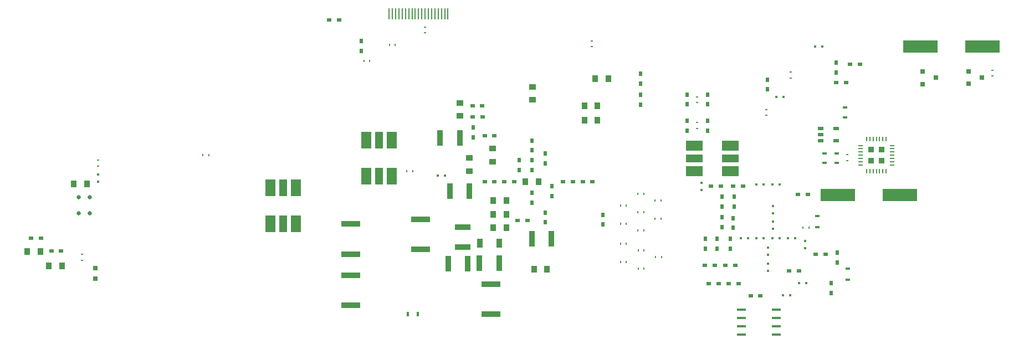
<source format=gbr>
G04 #@! TF.FileFunction,Paste,Bot*
%FSLAX46Y46*%
G04 Gerber Fmt 4.6, Leading zero omitted, Abs format (unit mm)*
G04 Created by KiCad (PCBNEW 4.0.4-stable) date 03/06/17 10:02:19*
%MOMM*%
%LPD*%
G01*
G04 APERTURE LIST*
%ADD10C,0.125000*%
%ADD11R,0.847600X1.447600*%
%ADD12R,0.247600X0.447600*%
%ADD13R,0.347600X0.447600*%
%ADD14R,0.647600X0.597600*%
%ADD15O,0.697600X0.147600*%
%ADD16O,0.147600X0.697600*%
%ADD17R,0.852600X0.852600*%
%ADD18R,0.847600X2.347600*%
%ADD19R,1.546860X2.547620*%
%ADD20R,1.148080X2.547620*%
%ADD21R,2.547620X1.546860*%
%ADD22R,2.547620X1.148080*%
%ADD23R,0.447600X0.247600*%
%ADD24R,0.597600X0.647600*%
%ADD25R,0.847600X1.097600*%
%ADD26R,1.097600X0.847600*%
%ADD27R,2.347600X0.847600*%
%ADD28R,0.447600X0.347600*%
%ADD29R,0.647600X0.647600*%
%ADD30R,0.647600X0.447600*%
%ADD31R,2.847600X0.847600*%
%ADD32C,0.647600*%
%ADD33R,0.847600X0.547600*%
%ADD34R,0.747600X0.647600*%
%ADD35R,0.747600X0.347600*%
%ADD36R,0.347600X0.747600*%
%ADD37R,1.397600X0.447600*%
%ADD38R,5.347600X1.847600*%
%ADD39R,0.147600X1.747600*%
G04 APERTURE END LIST*
D10*
D11*
X189750000Y-137550000D03*
X192750000Y-137550000D03*
D12*
X211245000Y-131800000D03*
X212145000Y-131800000D03*
X213895000Y-130000000D03*
X214795000Y-130000000D03*
X211245000Y-137600000D03*
X212145000Y-137600000D03*
X213945000Y-141450000D03*
X214845000Y-141450000D03*
X216545000Y-133800000D03*
X217445000Y-133800000D03*
X216550000Y-131000000D03*
X217450000Y-131000000D03*
X211255000Y-134600000D03*
X212155000Y-134600000D03*
X211250000Y-140450000D03*
X212150000Y-140450000D03*
X213900000Y-132800000D03*
X214800000Y-132800000D03*
X213900000Y-135600000D03*
X214800000Y-135600000D03*
X213945000Y-138650000D03*
X214845000Y-138650000D03*
X216600000Y-139650000D03*
X217500000Y-139650000D03*
D13*
X131400000Y-127050000D03*
X131400000Y-128150000D03*
D14*
X125800000Y-138700000D03*
X124300000Y-138700000D03*
X122700000Y-136800000D03*
X121200000Y-136800000D03*
D15*
X252800000Y-122600000D03*
X252800000Y-123100000D03*
X252800000Y-123600000D03*
X252800000Y-124100000D03*
X252800000Y-124600000D03*
X252800000Y-125100000D03*
X252800000Y-125600000D03*
D16*
X251850000Y-126550000D03*
X251350000Y-126550000D03*
X250850000Y-126550000D03*
X250350000Y-126550000D03*
X249850000Y-126550000D03*
X249350000Y-126550000D03*
X248850000Y-126550000D03*
D15*
X247900000Y-125600000D03*
X247900000Y-125100000D03*
X247900000Y-124600000D03*
X247900000Y-124100000D03*
X247900000Y-123600000D03*
X247900000Y-123100000D03*
X247900000Y-122600000D03*
D16*
X248850000Y-121650000D03*
X249350000Y-121650000D03*
X249850000Y-121650000D03*
X250350000Y-121650000D03*
X250850000Y-121650000D03*
X251350000Y-121650000D03*
X251850000Y-121650000D03*
D17*
X249512500Y-124937500D03*
X249512500Y-123262500D03*
X251187500Y-124937500D03*
X251187500Y-123262500D03*
D13*
X239500000Y-137200000D03*
X239500000Y-138300000D03*
D18*
X192700000Y-140550000D03*
X189700000Y-140550000D03*
D19*
X161700000Y-134601640D03*
D20*
X159723880Y-134601640D03*
D19*
X157747760Y-134601640D03*
X157747760Y-129100000D03*
D20*
X159723880Y-129100000D03*
D19*
X161700000Y-129100000D03*
D21*
X222498360Y-126550000D03*
D22*
X222498360Y-124573880D03*
D21*
X222498360Y-122597760D03*
X228000000Y-122597760D03*
D22*
X228000000Y-124573880D03*
D21*
X228000000Y-126550000D03*
D23*
X233524514Y-118016066D03*
X233524514Y-117116066D03*
D24*
X228000000Y-136900000D03*
X228000000Y-138400000D03*
D14*
X227825669Y-143750000D03*
X229325669Y-143750000D03*
D18*
X184950000Y-140700000D03*
X187950000Y-140700000D03*
X200700000Y-136850000D03*
X197700000Y-136850000D03*
D25*
X200048810Y-141551092D03*
X198048810Y-141551092D03*
X205750000Y-116500000D03*
X207750000Y-116500000D03*
D14*
X207000000Y-128103571D03*
X205500000Y-128103571D03*
D24*
X208600000Y-134700000D03*
X208600000Y-133200000D03*
D14*
X195550000Y-134100000D03*
X197050000Y-134100000D03*
D24*
X197750000Y-123350000D03*
X197750000Y-121850000D03*
D14*
X202500000Y-128100000D03*
X204000000Y-128100000D03*
D24*
X197750000Y-126350000D03*
X197750000Y-124850000D03*
D14*
X192000000Y-128100000D03*
X190500000Y-128100000D03*
D24*
X199750000Y-132850000D03*
X199750000Y-134350000D03*
D14*
X193500000Y-128100000D03*
X195000000Y-128100000D03*
D26*
X197849390Y-113649974D03*
X197849390Y-115649974D03*
D24*
X195750000Y-124850000D03*
X195750000Y-126350000D03*
D25*
X205750000Y-118700000D03*
X207750000Y-118700000D03*
D24*
X199750000Y-123850000D03*
X199750000Y-125350000D03*
D25*
X191800000Y-131000000D03*
X193800000Y-131000000D03*
X191800000Y-135150000D03*
X193800000Y-135150000D03*
X191800000Y-133150000D03*
X193800000Y-133150000D03*
D24*
X197750000Y-129850000D03*
X197750000Y-131350000D03*
D27*
X187150000Y-138100000D03*
X187150000Y-135100000D03*
D25*
X127750000Y-128500000D03*
X129750000Y-128500000D03*
D28*
X235100000Y-115200000D03*
X236200000Y-115200000D03*
D24*
X233750000Y-114025000D03*
X233750000Y-112525000D03*
D28*
X236050000Y-145500000D03*
X237150000Y-145500000D03*
X238500000Y-143650000D03*
X239600000Y-143650000D03*
D13*
X234600000Y-135350000D03*
X234600000Y-134250000D03*
D24*
X226800000Y-133600000D03*
X226800000Y-135100000D03*
D14*
X224750000Y-143750000D03*
X226250000Y-143750000D03*
D24*
X226000000Y-136850000D03*
X226000000Y-138350000D03*
D14*
X238400000Y-130100000D03*
X239900000Y-130100000D03*
D28*
X237950000Y-136800000D03*
X236850000Y-136800000D03*
D14*
X231150000Y-145600000D03*
X232650000Y-145600000D03*
X237000000Y-141800000D03*
X238500000Y-141800000D03*
X227300000Y-140950000D03*
X228800000Y-140950000D03*
X228450000Y-128800000D03*
X229950000Y-128800000D03*
D13*
X223650000Y-129450000D03*
X223650000Y-128350000D03*
D14*
X242600000Y-139200000D03*
X241100000Y-139200000D03*
D28*
X229650000Y-136800000D03*
X230750000Y-136800000D03*
D24*
X228600000Y-131950000D03*
X228600000Y-130450000D03*
D28*
X232050000Y-136800000D03*
X233150000Y-136800000D03*
D14*
X225100000Y-128800000D03*
X226600000Y-128800000D03*
D28*
X234450000Y-128600000D03*
X235550000Y-128600000D03*
D24*
X228500000Y-135200000D03*
X228500000Y-133700000D03*
X243450000Y-145150000D03*
X243450000Y-143650000D03*
D28*
X234450000Y-136800000D03*
X235550000Y-136800000D03*
D13*
X233800000Y-141750000D03*
X233800000Y-140650000D03*
D14*
X224150000Y-140950000D03*
X225650000Y-140950000D03*
X244250000Y-113000000D03*
X245750000Y-113000000D03*
D24*
X244200000Y-109950000D03*
X244200000Y-111450000D03*
D14*
X246350000Y-110200000D03*
X247850000Y-110200000D03*
D24*
X171650000Y-106650000D03*
X171650000Y-108150000D03*
D14*
X168250000Y-103425000D03*
X166750000Y-103425000D03*
D18*
X186700000Y-121450000D03*
X183700000Y-121450000D03*
D26*
X191750000Y-125100000D03*
X191750000Y-123100000D03*
X186750000Y-118100000D03*
X186750000Y-116100000D03*
D14*
X192000000Y-121100000D03*
X190500000Y-121100000D03*
X188650000Y-116500000D03*
X190150000Y-116500000D03*
X188700000Y-118250000D03*
X190200000Y-118250000D03*
D24*
X188750000Y-119850000D03*
X188750000Y-121350000D03*
D28*
X242100000Y-107500000D03*
X241000000Y-107500000D03*
D29*
X131050000Y-142950000D03*
X131050000Y-141350000D03*
D19*
X176325000Y-127300000D03*
D20*
X174348880Y-127300000D03*
D19*
X172372760Y-127300000D03*
X172372760Y-121798360D03*
D20*
X174348880Y-121798360D03*
D19*
X176325000Y-121798360D03*
D30*
X241300000Y-135050000D03*
X241300000Y-133350000D03*
X246000000Y-143150000D03*
X246000000Y-141450000D03*
D31*
X170050000Y-134600000D03*
X170050000Y-139200000D03*
X191500000Y-143800000D03*
X191500000Y-148400000D03*
X170050000Y-142450000D03*
X170050000Y-147050000D03*
D32*
X128500000Y-130500000D03*
X130200000Y-130500000D03*
X128500000Y-132960000D03*
X130200000Y-132960000D03*
D33*
X241800000Y-121900000D03*
X241800000Y-120950000D03*
X241800000Y-120000000D03*
X244200000Y-120000000D03*
X244200000Y-121900000D03*
D34*
X257450000Y-113200000D03*
X257450000Y-111300000D03*
X259450000Y-112250000D03*
D24*
X244400000Y-139000000D03*
X244400000Y-140500000D03*
X224200000Y-138350000D03*
X224200000Y-136850000D03*
D13*
X234600000Y-132950000D03*
X234600000Y-131850000D03*
D28*
X232000000Y-128600000D03*
X233100000Y-128600000D03*
D13*
X233800000Y-139350000D03*
X233800000Y-138250000D03*
D25*
X207400000Y-112400000D03*
X209400000Y-112400000D03*
D24*
X221450000Y-120315254D03*
X221450000Y-118815254D03*
X221450000Y-116315254D03*
X221450000Y-114815254D03*
X214300000Y-114850000D03*
X214300000Y-116350000D03*
X214300000Y-111650000D03*
X214300000Y-113150000D03*
X224550000Y-120315254D03*
X224550000Y-118815254D03*
X224550000Y-116315254D03*
X224550000Y-114815254D03*
D18*
X185200000Y-129550000D03*
X188200000Y-129550000D03*
D26*
X188150000Y-126500000D03*
X188150000Y-124500000D03*
D25*
X196750000Y-128100000D03*
X198750000Y-128100000D03*
D24*
X200750000Y-130350000D03*
X200750000Y-128850000D03*
X226800000Y-130450000D03*
X226800000Y-131950000D03*
D35*
X245600000Y-116800000D03*
X245600000Y-118300000D03*
X242400000Y-125300000D03*
X242400000Y-123800000D03*
X244300000Y-125300000D03*
X244300000Y-123800000D03*
D23*
X237250000Y-111400000D03*
X237250000Y-112300000D03*
X223000000Y-120000000D03*
X223000000Y-119100000D03*
X223000000Y-116050000D03*
X223000000Y-115150000D03*
X245900000Y-124000000D03*
X245900000Y-124900000D03*
D36*
X180250000Y-148350000D03*
X178750000Y-148350000D03*
D25*
X125900000Y-141000000D03*
X123900000Y-141000000D03*
D23*
X131400000Y-125750000D03*
X131400000Y-124850000D03*
X129000000Y-140150000D03*
X129000000Y-139250000D03*
D12*
X179500000Y-126550000D03*
X178600000Y-126550000D03*
D23*
X206900000Y-107500000D03*
X206900000Y-106600000D03*
D12*
X147475000Y-124100000D03*
X148375000Y-124100000D03*
X239150000Y-135200000D03*
X240050000Y-135200000D03*
D23*
X181400000Y-105400000D03*
X181400000Y-104500000D03*
D12*
X172050000Y-109650000D03*
X172950000Y-109650000D03*
X176850000Y-107250000D03*
X175950000Y-107250000D03*
D37*
X229700000Y-151470000D03*
X229700000Y-150200000D03*
X229700000Y-148930000D03*
X229700000Y-147660000D03*
X235100000Y-147660000D03*
X235100000Y-148930000D03*
X235100000Y-150200000D03*
X235100000Y-151470000D03*
D31*
X180750000Y-133900000D03*
X180750000Y-138500000D03*
D38*
X244450000Y-130150000D03*
X253950000Y-130150000D03*
X257050000Y-107450000D03*
X266550000Y-107450000D03*
D25*
X120600000Y-138850000D03*
X122600000Y-138850000D03*
D28*
X184400000Y-127200000D03*
X183300000Y-127200000D03*
D34*
X264450000Y-113150000D03*
X264450000Y-111250000D03*
X266450000Y-112200000D03*
D23*
X268050000Y-112000000D03*
X268050000Y-111100000D03*
D39*
X180400000Y-102450000D03*
X179900000Y-102450000D03*
X179400000Y-102450000D03*
X178900000Y-102450000D03*
X177900000Y-102450000D03*
X178400000Y-102450000D03*
X177400000Y-102450000D03*
X176900000Y-102450000D03*
X176400000Y-102450000D03*
X175900000Y-102450000D03*
X180900000Y-102450000D03*
X181400000Y-102450000D03*
X181900000Y-102450000D03*
X182400000Y-102450000D03*
X182900000Y-102450000D03*
X183400000Y-102450000D03*
X183900000Y-102450000D03*
X184400000Y-102450000D03*
X184900000Y-102450000D03*
M02*

</source>
